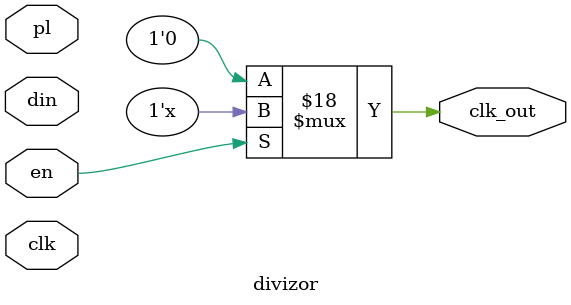
<source format=v>
`timescale 1ns / 1ps


module divizor(clk, pl, en, din, clk_out);
    input clk, en, pl;
    input [15:0] din;
    
    reg [15:0] din_local, contor;
    output reg clk_out;
    always @(clk)
        begin
            if(pl)
                begin
                    contor = 0;
                    din_local = din;
                    //clk_out=1'b0;
                end
            if(en)
                begin
                    contor = contor + 1;
                    if(contor >= din_local)
                        begin
                            contor = 0;
                            clk_out = ~clk_out;
                        end
                    
                end
            else
                clk_out = 0;       
        end
        
            
endmodule

</source>
